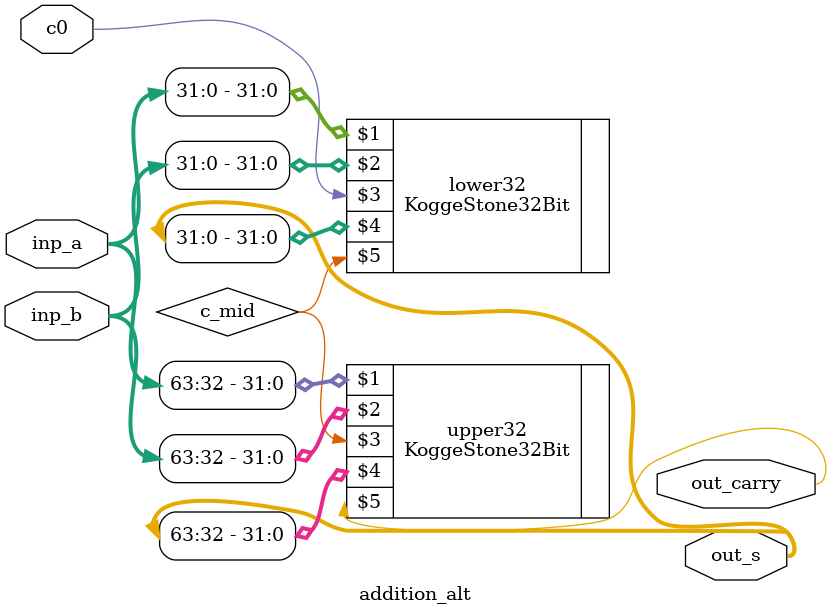
<source format=v>
`timescale 1ns/1ps

`include "./ksa_alt/KoggeStone32Bit.v"

module addition_alt(
  input          c0,
  input   [63:0] inp_a,
  input   [63:0] inp_b,
  output  [63:0] out_s,
  output         out_carry
);

//ksa_alt_top adder(c0, inp_a, inp_b, out_s, out_carry);

/*

module KoggeStone32Bit(
		input [31:0] A,
		input [31:0] B,
		input Cin,
		output [31:0] S,
		output Cout
);


wire c_mid;
ksa_32 lower32(c0, inp_a[31:0], inp_b[31:0], out_s[31:0], c_mid);
ksa_32 upper32(c_mid, inp_a[63:32], inp_b[63:32], out_s[63:32], out_carry);


*/

wire c_mid;

KoggeStone32Bit lower32(inp_a[31:0], inp_b[31:0], c0, out_s[31:0], c_mid);
KoggeStone32Bit upper32(inp_a[63:32], inp_b[63:32], c_mid, out_s[63:32], out_carry);

endmodule
</source>
